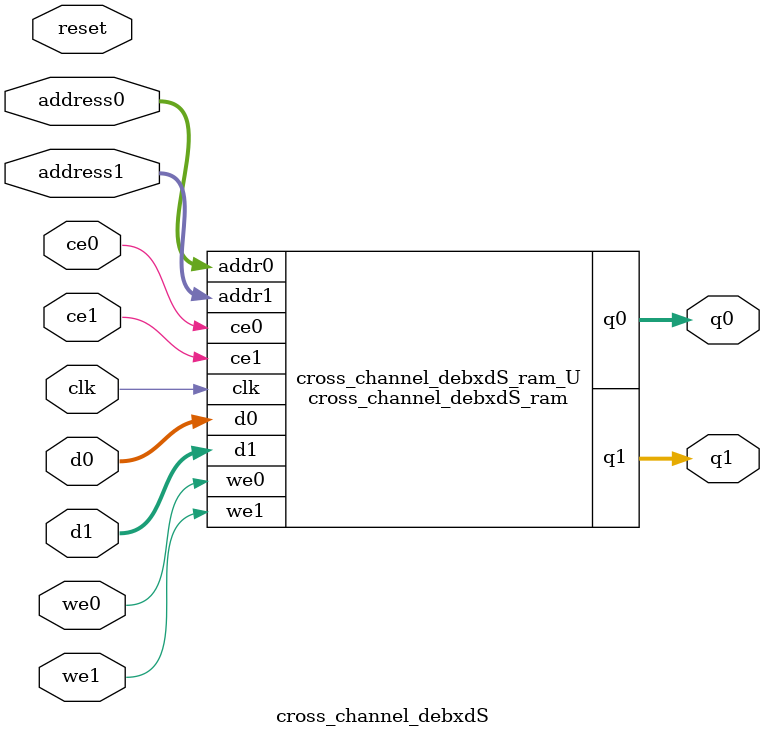
<source format=v>
`timescale 1 ns / 1 ps
module cross_channel_debxdS_ram (addr0, ce0, d0, we0, q0, addr1, ce1, d1, we1, q1,  clk);

parameter DWIDTH = 8;
parameter AWIDTH = 14;
parameter MEM_SIZE = 16384;

input[AWIDTH-1:0] addr0;
input ce0;
input[DWIDTH-1:0] d0;
input we0;
output reg[DWIDTH-1:0] q0;
input[AWIDTH-1:0] addr1;
input ce1;
input[DWIDTH-1:0] d1;
input we1;
output reg[DWIDTH-1:0] q1;
input clk;

(* ram_style = "block" *)reg [DWIDTH-1:0] ram[0:MEM_SIZE-1];




always @(posedge clk)  
begin 
    if (ce0) begin
        if (we0) 
            ram[addr0] <= d0; 
        q0 <= ram[addr0];
    end
end


always @(posedge clk)  
begin 
    if (ce1) begin
        if (we1) 
            ram[addr1] <= d1; 
        q1 <= ram[addr1];
    end
end


endmodule

`timescale 1 ns / 1 ps
module cross_channel_debxdS(
    reset,
    clk,
    address0,
    ce0,
    we0,
    d0,
    q0,
    address1,
    ce1,
    we1,
    d1,
    q1);

parameter DataWidth = 32'd8;
parameter AddressRange = 32'd16384;
parameter AddressWidth = 32'd14;
input reset;
input clk;
input[AddressWidth - 1:0] address0;
input ce0;
input we0;
input[DataWidth - 1:0] d0;
output[DataWidth - 1:0] q0;
input[AddressWidth - 1:0] address1;
input ce1;
input we1;
input[DataWidth - 1:0] d1;
output[DataWidth - 1:0] q1;



cross_channel_debxdS_ram cross_channel_debxdS_ram_U(
    .clk( clk ),
    .addr0( address0 ),
    .ce0( ce0 ),
    .we0( we0 ),
    .d0( d0 ),
    .q0( q0 ),
    .addr1( address1 ),
    .ce1( ce1 ),
    .we1( we1 ),
    .d1( d1 ),
    .q1( q1 ));

endmodule


</source>
